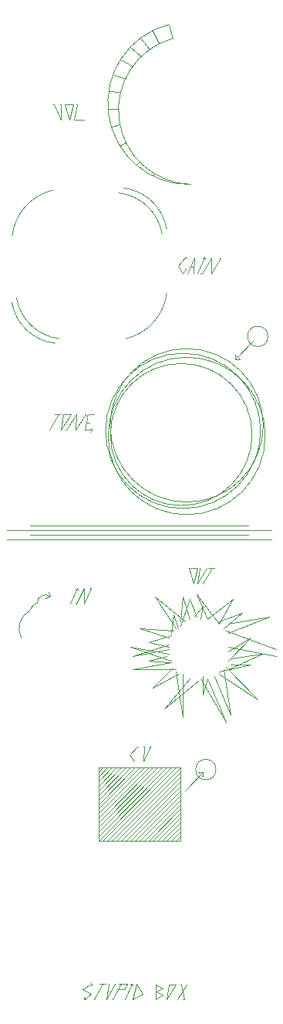
<source format=gto>
G04 #@! TF.GenerationSoftware,KiCad,Pcbnew,(6.0.0)*
G04 #@! TF.CreationDate,2022-02-07T21:38:04+00:00*
G04 #@! TF.ProjectId,StupidBoxPanel,53747570-6964-4426-9f78-50616e656c2e,rev?*
G04 #@! TF.SameCoordinates,Original*
G04 #@! TF.FileFunction,Legend,Top*
G04 #@! TF.FilePolarity,Positive*
%FSLAX46Y46*%
G04 Gerber Fmt 4.6, Leading zero omitted, Abs format (unit mm)*
G04 Created by KiCad (PCBNEW (6.0.0)) date 2022-02-07 21:38:04*
%MOMM*%
%LPD*%
G01*
G04 APERTURE LIST*
%ADD10C,0.120000*%
%ADD11O,6.700000X4.200000*%
G04 APERTURE END LIST*
D10*
X63000001Y-59500000D02*
G75*
G03*
X67714915Y-64000000I5350801J886303D01*
G01*
X63500001Y-59000000D02*
G75*
G03*
X68214915Y-63500000I5350801J886303D01*
G01*
X79999999Y-51500000D02*
G75*
G03*
X75285085Y-47000000I-5350801J-886303D01*
G01*
X79499999Y-52044350D02*
G75*
G03*
X74785085Y-47544350I-5350800J-886301D01*
G01*
X67544350Y-47214915D02*
G75*
G03*
X63044350Y-52214915I1286859J-5683173D01*
G01*
X75500000Y-42000000D02*
X74900000Y-42300000D01*
X78400000Y-45600000D02*
X78600000Y-45500000D01*
X79170000Y-31160000D02*
X78500000Y-29800000D01*
X76600000Y-44400000D02*
X77000000Y-44200000D01*
X74900000Y-36500000D02*
X73700000Y-36400000D01*
X80200000Y-29100000D02*
X80700000Y-30600000D01*
X78100000Y-31830000D02*
X77200000Y-30600000D01*
X74800000Y-40000000D02*
X74000000Y-40300000D01*
X80700000Y-30600000D02*
G75*
G03*
X82700000Y-46600000I2150605J-7856174D01*
G01*
X75500000Y-35000000D02*
X74200000Y-34600000D01*
X77200000Y-32600000D02*
X76000000Y-31600000D01*
X74700000Y-38300000D02*
X73600000Y-38300000D01*
X76250000Y-33650000D02*
X74950000Y-32950000D01*
X80200000Y-29099999D02*
G75*
G03*
X82700000Y-46600000I2228578J-8610204D01*
G01*
X73000000Y-134150000D02*
X72000000Y-135850000D01*
X81600000Y-134250000D02*
X81900000Y-135850000D01*
X81000000Y-134250000D02*
X79950000Y-135850000D01*
X80200000Y-134250000D02*
X81000000Y-134250000D01*
X79600000Y-134650000D02*
X78800000Y-134250000D01*
X75400000Y-135850000D02*
X76200000Y-134150000D01*
X82200000Y-134250000D02*
X81150000Y-135850000D01*
X81500000Y-134250000D02*
X81600000Y-134250000D01*
X74750000Y-134150000D02*
X75650000Y-134150000D01*
X76700000Y-134150000D02*
X76300000Y-135850000D01*
X73350000Y-135850000D02*
X74350000Y-134150000D01*
X78800000Y-134250000D02*
X78800000Y-135850000D01*
X76200000Y-134150000D02*
X76300000Y-134350000D01*
X79950000Y-135850000D02*
X80200000Y-134250000D01*
X74950000Y-134150000D02*
X74100000Y-135850000D01*
X78800000Y-135050000D02*
X79600000Y-134650000D01*
X76300000Y-135850000D02*
X77400000Y-135250000D01*
X73650000Y-134150000D02*
X73350000Y-135850000D01*
X77400000Y-135250000D02*
X76700000Y-134150000D01*
X79600000Y-135350000D02*
X78800000Y-135050000D01*
X81800000Y-135850000D02*
X81900000Y-135850000D01*
X76200000Y-134150000D02*
X76000000Y-134250000D01*
X78800000Y-135850000D02*
X79600000Y-135350000D01*
X75650000Y-134150000D02*
X75350000Y-134750000D01*
X75350000Y-134750000D02*
X74550000Y-134750000D01*
X71800000Y-134150000D02*
X71800000Y-134350000D01*
X71800000Y-134150000D02*
X71600000Y-134050000D01*
X70900000Y-135850000D02*
X70900000Y-135650000D01*
X70900000Y-135850000D02*
X71100000Y-135850000D01*
X72600000Y-134150000D02*
X73300000Y-134150000D01*
X70800000Y-134750000D02*
X71700000Y-135250000D01*
X71800000Y-134150000D02*
X70800000Y-134750000D01*
X71700000Y-135250000D02*
X70900000Y-135850000D01*
X82000000Y-55800000D02*
X82100000Y-55900000D01*
X84150000Y-54600000D02*
X83950000Y-54700000D01*
X83350000Y-56400000D02*
X84150000Y-54600000D01*
X82050000Y-54600000D02*
X82150000Y-54700000D01*
X84150000Y-54600000D02*
X84250000Y-54800000D01*
X81750000Y-56400000D02*
X82100000Y-55900000D01*
X82050000Y-54600000D02*
X81250000Y-55500000D01*
X81250000Y-55500000D02*
X81750000Y-56400000D01*
X83050000Y-54600000D02*
X82250000Y-56400000D01*
X84900000Y-54650000D02*
X84875000Y-56400000D01*
X83050000Y-54600000D02*
X82950000Y-56400000D01*
X84900000Y-54650000D02*
X83850000Y-56400000D01*
X85925000Y-54700000D02*
X85825000Y-54700000D01*
X83850000Y-56400000D02*
X83750000Y-56400000D01*
X82950000Y-55600000D02*
X82650000Y-55600000D01*
X85925000Y-54700000D02*
X84875000Y-56400000D01*
X68400000Y-39500000D02*
X68400000Y-37800000D01*
X69300000Y-39500000D02*
X68800000Y-37800000D01*
X69700000Y-37800000D02*
X69300000Y-39500000D01*
X70200000Y-37800000D02*
X69800000Y-39500000D01*
X68400000Y-37800000D02*
X68300000Y-37800000D01*
X70200000Y-37800000D02*
X70100000Y-37800000D01*
X68800000Y-37800000D02*
X69700000Y-37800000D01*
X67600000Y-37800000D02*
X68400000Y-39500000D01*
X67600000Y-37800000D02*
X67500000Y-37800000D01*
X69800000Y-39500000D02*
X70900000Y-39500000D01*
X71825000Y-73500000D02*
X71625000Y-73700000D01*
X71225000Y-72700000D02*
X71525000Y-72700000D01*
X70050000Y-71750000D02*
X70025000Y-73500000D01*
X71625000Y-71800000D02*
X72025000Y-71800000D01*
X71025000Y-73500000D02*
X71725000Y-73500000D01*
X71625000Y-71800000D02*
G75*
G03*
X71225000Y-72200000I-1J-399999D01*
G01*
X71825000Y-73500000D02*
X71625000Y-73300000D01*
X71225000Y-72200000D02*
X71025000Y-73500000D01*
X71075000Y-71800000D02*
X70025000Y-73500000D01*
X69475000Y-71750000D02*
X68425000Y-73500000D01*
X69000000Y-73500000D02*
X68900000Y-73500000D01*
X70050000Y-71750000D02*
X69000000Y-73500000D01*
X71075000Y-71800000D02*
X70975000Y-71800000D01*
X68125000Y-71750000D02*
X67125000Y-73500000D01*
X68675000Y-71750000D02*
X69475000Y-71750000D01*
X68425000Y-73500000D02*
X68675000Y-71750000D01*
X67725000Y-71750000D02*
X68425000Y-71750000D01*
X82450000Y-88650000D02*
X83350000Y-88650000D01*
X83350000Y-88650000D02*
X82950000Y-90350000D01*
X83650000Y-88650000D02*
X83350000Y-90350000D01*
X70200000Y-90864932D02*
X70300000Y-91064932D01*
X70100000Y-92564932D02*
X70000000Y-92564932D01*
X83350000Y-90350000D02*
X84350000Y-88650000D01*
X69400000Y-92564932D02*
X70200000Y-90864932D01*
X70200000Y-90864932D02*
X70000000Y-90964932D01*
X70100000Y-92564932D02*
X70900000Y-90864932D01*
X84550000Y-88650000D02*
X85250000Y-88650000D01*
X70900000Y-90864932D02*
X70900000Y-92564932D01*
X84950000Y-88650000D02*
X83950000Y-90350000D01*
X82950000Y-90350000D02*
X82450000Y-88650000D01*
X71700000Y-90864932D02*
X71600000Y-90864932D01*
X70900000Y-92564932D02*
X71700000Y-90864932D01*
X76450000Y-109800000D02*
X76550000Y-109700000D01*
X76750000Y-108200000D02*
X75950000Y-109100000D01*
X78250000Y-108200000D02*
X78150000Y-108200000D01*
X77550000Y-108200000D02*
X77450000Y-108200000D01*
X75950000Y-109100000D02*
X76450000Y-109800000D01*
X76750000Y-108200000D02*
X76850000Y-108300000D01*
X78250000Y-108200000D02*
X77450000Y-109800000D01*
X77550000Y-108200000D02*
X77450000Y-109800000D01*
X81500000Y-118000000D02*
X81000000Y-118500000D01*
X73500000Y-110500000D02*
X72500000Y-111500000D01*
X87500000Y-65250000D02*
X88000000Y-65750000D01*
X89500000Y-63750000D02*
X87500000Y-65750000D01*
X87500000Y-65750000D02*
X88000000Y-65750000D01*
X87500000Y-65750000D02*
X87500000Y-65250000D01*
X91118034Y-63250000D02*
G75*
G03*
X91118034Y-63250000I-1118034J0D01*
G01*
X85418034Y-110700000D02*
G75*
G03*
X85418034Y-110700000I-1118034J0D01*
G01*
X84000000Y-111500000D02*
X83500000Y-111000000D01*
X84000000Y-111000000D02*
X84000000Y-111500000D01*
X84000000Y-111000000D02*
X83500000Y-111000000D01*
X82000000Y-113000000D02*
X84000000Y-111000000D01*
X75500000Y-63500000D02*
G75*
G03*
X80000000Y-58500000I-1286858J5683172D01*
G01*
X65000000Y-84000000D02*
X89000000Y-84000000D01*
X62500000Y-84500000D02*
X91500000Y-84500000D01*
X65000000Y-85000000D02*
X89000000Y-85000000D01*
X62500000Y-85500000D02*
X91500000Y-85500000D01*
X89382031Y-74000000D02*
G75*
G03*
X89382031Y-74000000I-7782031J0D01*
G01*
X90308819Y-73600000D02*
G75*
G03*
X90308819Y-73600000I-8508819J0D01*
G01*
X90827312Y-74157907D02*
G75*
G03*
X90827312Y-74157907I-8627312J0D01*
G01*
X90607735Y-73000000D02*
G75*
G03*
X90607735Y-73000000I-8407735J0D01*
G01*
X65028109Y-93262778D02*
G75*
G03*
X64028109Y-96262776I999999J-1999999D01*
G01*
X67190253Y-91714932D02*
X66725321Y-91905185D01*
X67190253Y-91714932D02*
X67000000Y-91250000D01*
X67190253Y-91714932D02*
G75*
G03*
X65788868Y-92464931I-499999J-749999D01*
G01*
X65788868Y-92464931D02*
G75*
G03*
X65028109Y-93262778I249999J-999999D01*
G01*
X87250000Y-92000000D02*
X85750000Y-94750000D01*
X84500000Y-94250000D02*
X87250000Y-92000000D01*
X82500000Y-92000000D02*
X81500000Y-95000000D01*
X83250000Y-94000000D02*
X82500000Y-92000000D01*
X83250000Y-91500000D02*
X84500000Y-94250000D01*
X85750000Y-94750000D02*
X83250000Y-91500000D01*
X84000000Y-92750000D02*
X83750000Y-94250000D01*
X83000000Y-94000000D02*
X84000000Y-92750000D01*
X81750000Y-91750000D02*
X82500000Y-94250000D01*
X81500000Y-94500000D02*
X81750000Y-91750000D01*
X78750000Y-91750000D02*
X81000000Y-95250000D01*
X82000000Y-94500000D02*
X78750000Y-91750000D01*
X80750000Y-93750000D02*
X80500000Y-95750000D01*
X81250000Y-95250000D02*
X80750000Y-93750000D01*
X78000000Y-96750000D02*
X80250000Y-97250000D01*
X80500000Y-96000000D02*
X78000000Y-96750000D01*
X76250000Y-98250000D02*
X80250000Y-97500000D01*
X80250000Y-97000000D02*
X76250000Y-98250000D01*
X77000000Y-95250000D02*
X80250000Y-96250000D01*
X80750000Y-95500000D02*
X77000000Y-95250000D01*
X88250000Y-93500000D02*
X85750000Y-94500000D01*
X86250000Y-95250000D02*
X88250000Y-93500000D01*
X92000000Y-98250000D02*
X86750000Y-97250000D01*
X86500000Y-95500000D02*
X92000000Y-97500000D01*
X91250000Y-94000000D02*
X86750000Y-95750000D01*
X86750000Y-94750000D02*
X91250000Y-94000000D01*
X78000000Y-98750000D02*
X80250000Y-99000000D01*
X80000000Y-98250000D02*
X78000000Y-98750000D01*
X76000000Y-97250000D02*
X80250000Y-98000000D01*
X80500000Y-98750000D02*
X76000000Y-97250000D01*
X89250000Y-96250000D02*
X86750000Y-97750000D01*
X86750000Y-98750000D02*
X89250000Y-96250000D01*
X76250000Y-99750000D02*
X80500000Y-99000000D01*
X81000000Y-99750000D02*
X76250000Y-99750000D01*
X78500000Y-101750000D02*
X80750000Y-99500000D01*
X81250000Y-100250000D02*
X78500000Y-101750000D01*
X89250000Y-99250000D02*
X85750000Y-100000000D01*
X87000000Y-99250000D02*
X89250000Y-99250000D01*
X90500000Y-98000000D02*
X86750000Y-99750000D01*
X87000000Y-98500000D02*
X90500000Y-98000000D01*
X87000000Y-104750000D02*
X85250000Y-100500000D01*
X86250000Y-99750000D02*
X87000000Y-104750000D01*
X90000000Y-103000000D02*
X86500000Y-99500000D01*
X85750000Y-100250000D02*
X90000000Y-103000000D01*
X81750000Y-105000000D02*
X81750000Y-100250000D01*
X81000000Y-100000000D02*
X81750000Y-105000000D01*
X79750000Y-104000000D02*
X82500000Y-100750000D01*
X83500000Y-101000000D02*
X79750000Y-104000000D01*
X84000000Y-102500000D02*
X84000000Y-100500000D01*
X84500000Y-100750000D02*
X84000000Y-102500000D01*
X86500000Y-105500000D02*
X84500000Y-100750000D01*
X83750000Y-100750000D02*
X86500000Y-105500000D01*
X81500000Y-117500000D02*
X80500000Y-118500000D01*
X81500000Y-117000000D02*
X80000000Y-118500000D01*
X81500000Y-116500000D02*
X79500000Y-118500000D01*
X81500000Y-116000000D02*
X79000000Y-118500000D01*
X78500000Y-118500000D02*
X81500000Y-115500000D01*
X81500000Y-115000000D02*
X78000000Y-118500000D01*
X77500000Y-118500000D02*
X81500000Y-114500000D01*
X81500000Y-114000000D02*
X77000000Y-118500000D01*
X76500000Y-118500000D02*
X81500000Y-113500000D01*
X81500000Y-113000000D02*
X76000000Y-118500000D01*
X75500000Y-118500000D02*
X81500000Y-112500000D01*
X81500000Y-112000000D02*
X75000000Y-118500000D01*
X74500000Y-118500000D02*
X81500000Y-111500000D01*
X81500000Y-111000000D02*
X74000000Y-118500000D01*
X73500000Y-118500000D02*
X81500000Y-110500000D01*
X81000000Y-110500000D02*
X73000000Y-118500000D01*
X72500000Y-118500000D02*
X80500000Y-110500000D01*
X80000000Y-110500000D02*
X72500000Y-118000000D01*
X73000000Y-110500000D02*
X72500000Y-111000000D01*
X72500000Y-117500000D02*
X79500000Y-110500000D01*
X79000000Y-110500000D02*
X72500000Y-117000000D01*
X78500000Y-110500000D02*
X72500000Y-116500000D01*
X78000000Y-110500000D02*
X72500000Y-116000000D01*
X77500000Y-110500000D02*
X72500000Y-115500000D01*
X77000000Y-110500000D02*
X72500000Y-115000000D01*
X76500000Y-110500000D02*
X72500000Y-114500000D01*
X76000000Y-110500000D02*
X72500000Y-114000000D01*
X75500000Y-110500000D02*
X72500000Y-113500000D01*
X75000000Y-110500000D02*
X72500000Y-113000000D01*
X72500000Y-112500000D02*
X74500000Y-110500000D01*
X74000000Y-110500000D02*
X72500000Y-112000000D01*
X72500000Y-118500000D02*
X72500000Y-110500000D01*
X81500000Y-118500000D02*
X72500000Y-118500000D01*
X81500000Y-110500000D02*
X81500000Y-118500000D01*
X72500000Y-110500000D02*
X81500000Y-110500000D01*
%LPC*%
D11*
X71000000Y-155000000D03*
X71000000Y-28000000D03*
M02*

</source>
